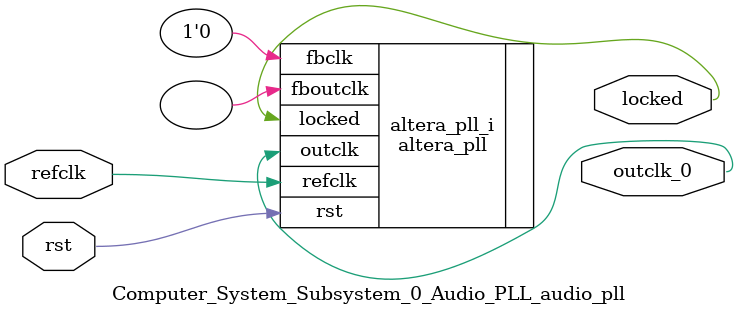
<source format=v>
`timescale 1ns/10ps
module  Computer_System_Subsystem_0_Audio_PLL_audio_pll(

	// interface 'refclk'
	input wire refclk,

	// interface 'reset'
	input wire rst,

	// interface 'outclk0'
	output wire outclk_0,

	// interface 'locked'
	output wire locked
);

	altera_pll #(
		.fractional_vco_multiplier("false"),
		.reference_clock_frequency("50.0 MHz"),
		.operation_mode("direct"),
		.number_of_clocks(1),
		.output_clock_frequency0("12.288135 MHz"),
		.phase_shift0("0 ps"),
		.duty_cycle0(50),
		.output_clock_frequency1("0 MHz"),
		.phase_shift1("0 ps"),
		.duty_cycle1(50),
		.output_clock_frequency2("0 MHz"),
		.phase_shift2("0 ps"),
		.duty_cycle2(50),
		.output_clock_frequency3("0 MHz"),
		.phase_shift3("0 ps"),
		.duty_cycle3(50),
		.output_clock_frequency4("0 MHz"),
		.phase_shift4("0 ps"),
		.duty_cycle4(50),
		.output_clock_frequency5("0 MHz"),
		.phase_shift5("0 ps"),
		.duty_cycle5(50),
		.output_clock_frequency6("0 MHz"),
		.phase_shift6("0 ps"),
		.duty_cycle6(50),
		.output_clock_frequency7("0 MHz"),
		.phase_shift7("0 ps"),
		.duty_cycle7(50),
		.output_clock_frequency8("0 MHz"),
		.phase_shift8("0 ps"),
		.duty_cycle8(50),
		.output_clock_frequency9("0 MHz"),
		.phase_shift9("0 ps"),
		.duty_cycle9(50),
		.output_clock_frequency10("0 MHz"),
		.phase_shift10("0 ps"),
		.duty_cycle10(50),
		.output_clock_frequency11("0 MHz"),
		.phase_shift11("0 ps"),
		.duty_cycle11(50),
		.output_clock_frequency12("0 MHz"),
		.phase_shift12("0 ps"),
		.duty_cycle12(50),
		.output_clock_frequency13("0 MHz"),
		.phase_shift13("0 ps"),
		.duty_cycle13(50),
		.output_clock_frequency14("0 MHz"),
		.phase_shift14("0 ps"),
		.duty_cycle14(50),
		.output_clock_frequency15("0 MHz"),
		.phase_shift15("0 ps"),
		.duty_cycle15(50),
		.output_clock_frequency16("0 MHz"),
		.phase_shift16("0 ps"),
		.duty_cycle16(50),
		.output_clock_frequency17("0 MHz"),
		.phase_shift17("0 ps"),
		.duty_cycle17(50),
		.pll_type("General"),
		.pll_subtype("General")
	) altera_pll_i (
		.rst	(rst),
		.outclk	({outclk_0}),
		.locked	(locked),
		.fboutclk	( ),
		.fbclk	(1'b0),
		.refclk	(refclk)
	);
endmodule


</source>
